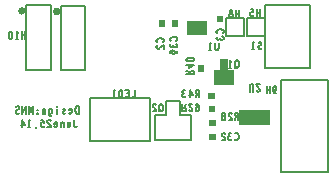
<source format=gbo>
G04 ================== begin FILE IDENTIFICATION RECORD ==================*
G04 Layout Name:  C:/USERS/MSAHADAT3/DROPBOX/GATECH/ETDS_PCB/allegro/ETDS_CHIP_AN.brd*
G04 Film Name:    SILKSCREEN_BOTTOM*
G04 File Format:  Gerber RS274X*
G04 File Origin:  Cadence Allegro 16.6-P004*
G04 Origin Date:  Thu Sep 11 12:01:08 2014*
G04 *
G04 Layer:  REF DES/SILKSCREEN_BOTTOM*
G04 Layer:  PACKAGE GEOMETRY/SILKSCREEN_BOTTOM*
G04 Layer:  BOARD GEOMETRY/SILKSCREEN_BOTTOM*
G04 *
G04 Offset:    (0.00 0.00)*
G04 Mirror:    No*
G04 Mode:      Positive*
G04 Rotation:  0*
G04 FullContactRelief:  No*
G04 UndefLineWidth:     5.00*
G04 ================== end FILE IDENTIFICATION RECORD ====================*
%FSLAX25Y25*MOIN*%
%IR0*IPPOS*OFA0.00000B0.00000*MIA0B0*SFA1.00000B1.00000*%
%ADD10C,.005*%
G75*
%LPD*%
G75*
G36*
G01X756565Y1701400D02*
G03I-1265J0D01*
G37*
G36*
G01X768165Y1701200D02*
G03I-1265J0D01*
G37*
G36*
G01X800900Y1698300D02*
X802900D01*
Y1696100D01*
X800900D01*
Y1698300D01*
G37*
G36*
G01X817600Y1667800D02*
Y1669800D01*
X819800D01*
Y1667800D01*
X817600D01*
G37*
G36*
G01X819900Y1665000D02*
Y1663000D01*
X817700D01*
Y1665000D01*
X819900D01*
G37*
G36*
G01X820000Y1660400D02*
Y1658400D01*
X817800D01*
Y1660400D01*
X820000D01*
G37*
G36*
G01X819700Y1674100D02*
Y1672100D01*
X817500D01*
Y1674100D01*
X819700D01*
G37*
G36*
G01X816200Y1681200D02*
X814200D01*
Y1683400D01*
X816200D01*
Y1681200D01*
G37*
G36*
G01X805300Y1698300D02*
X807300D01*
Y1696100D01*
X805300D01*
Y1698300D01*
G37*
G36*
G01X817200Y1698100D02*
Y1693300D01*
X810300D01*
Y1698100D01*
X817200D01*
G37*
G36*
G01X827800Y1663400D02*
Y1668400D01*
X837900D01*
Y1663400D01*
X827800D01*
G37*
G36*
G01X824100Y1681600D02*
Y1685300D01*
X821500D01*
Y1681600D01*
X819500D01*
Y1676700D01*
X826000D01*
Y1681600D01*
X824100D01*
G37*
G36*
G01X820400Y1699800D02*
X822400D01*
Y1697600D01*
X820400D01*
Y1699800D01*
G37*
G54D10*
G01X774287Y1667200D02*
Y1669700D01*
X773753D01*
X773540Y1669575D01*
X773380Y1669408D01*
X773247Y1669158D01*
X773140Y1668867D01*
X773113Y1668450D01*
X773140Y1668033D01*
X773247Y1667742D01*
X773380Y1667492D01*
X773540Y1667325D01*
X773753Y1667200D01*
X774287D01*
G01X771900Y1668325D02*
X771047D01*
X771127Y1668617D01*
X771260Y1668783D01*
X771447Y1668867D01*
X771633Y1668825D01*
X771793Y1668700D01*
X771900Y1668408D01*
X771953Y1668158D01*
Y1667908D01*
X771900Y1667658D01*
X771767Y1667408D01*
X771607Y1667242D01*
X771420Y1667200D01*
X771233Y1667283D01*
X771047Y1667533D01*
G01X769700Y1667492D02*
X769567Y1667325D01*
X769380Y1667200D01*
X769220D01*
X769060Y1667283D01*
X768953Y1667408D01*
X768900Y1667575D01*
X768927Y1667825D01*
X769033Y1667950D01*
X769513Y1668200D01*
X769620Y1668492D01*
X769567Y1668700D01*
X769460Y1668825D01*
X769300Y1668867D01*
X769140Y1668825D01*
X768980Y1668700D01*
G01X767100Y1668867D02*
Y1667200D01*
G01Y1669533D02*
X767153Y1669575D01*
Y1669658D01*
X767100Y1669700D01*
X767047Y1669658D01*
Y1669575D01*
X767100Y1669533D01*
G01X765273Y1666575D02*
X765087Y1666408D01*
X764873Y1666367D01*
X764687Y1666408D01*
X764527Y1666617D01*
X764420Y1666908D01*
Y1668867D01*
G01Y1668533D02*
X764527Y1668700D01*
X764687Y1668825D01*
X764873Y1668867D01*
X765087Y1668783D01*
X765220Y1668617D01*
X765327Y1668325D01*
X765380Y1668033D01*
X765353Y1667783D01*
X765247Y1667492D01*
X765087Y1667283D01*
X764873Y1667200D01*
X764713Y1667242D01*
X764527Y1667408D01*
X764420Y1667575D01*
G01X763153Y1667200D02*
Y1668867D01*
G01Y1668450D02*
X763047Y1668658D01*
X762887Y1668825D01*
X762673Y1668867D01*
X762487Y1668825D01*
X762327Y1668658D01*
X762247Y1668367D01*
Y1667200D01*
G01X760500Y1667117D02*
X760553Y1667158D01*
Y1667242D01*
X760500Y1667283D01*
X760447Y1667242D01*
Y1667158D01*
X760500Y1667117D01*
G01Y1668242D02*
X760553Y1668283D01*
Y1668367D01*
X760500Y1668408D01*
X760447Y1668367D01*
Y1668283D01*
X760500Y1668242D01*
G01X758993Y1667200D02*
Y1669700D01*
X758300Y1667617D01*
X757607Y1669700D01*
Y1667200D01*
G01X756713D02*
Y1669700D01*
X755487Y1667200D01*
Y1669700D01*
G01X754460Y1667533D02*
X754247Y1667325D01*
X754007Y1667200D01*
X753793D01*
X753580Y1667325D01*
X753420Y1667533D01*
X753340Y1667825D01*
X753393Y1668117D01*
X753527Y1668367D01*
X753767Y1668533D01*
X754087Y1668617D01*
X754273Y1668783D01*
X754353Y1669075D01*
X754300Y1669367D01*
X754167Y1669575D01*
X753980Y1669700D01*
X753793D01*
X753607Y1669617D01*
X753447Y1669408D01*
G01X773733Y1663200D02*
X773600Y1662950D01*
X773440Y1662783D01*
X773253Y1662700D01*
X773040Y1662783D01*
X772880Y1662950D01*
X772720Y1663200D01*
X772667Y1663533D01*
Y1665200D01*
G01X771453Y1664367D02*
Y1663200D01*
X771347Y1662908D01*
X771187Y1662742D01*
X771000Y1662700D01*
X770813Y1662742D01*
X770653Y1662908D01*
X770547Y1663200D01*
G01Y1662700D02*
Y1664367D01*
G01X769253Y1662700D02*
Y1664367D01*
G01Y1663950D02*
X769147Y1664158D01*
X768987Y1664325D01*
X768773Y1664367D01*
X768587Y1664325D01*
X768427Y1664158D01*
X768347Y1663867D01*
Y1662700D01*
G01X767000Y1663825D02*
X766147D01*
X766227Y1664117D01*
X766360Y1664283D01*
X766547Y1664367D01*
X766733Y1664325D01*
X766893Y1664200D01*
X767000Y1663908D01*
X767053Y1663658D01*
Y1663408D01*
X767000Y1663158D01*
X766867Y1662908D01*
X766707Y1662742D01*
X766520Y1662700D01*
X766333Y1662783D01*
X766147Y1663033D01*
G01X764907Y1664783D02*
X764747Y1665033D01*
X764560Y1665158D01*
X764347Y1665200D01*
X764080Y1665117D01*
X763893Y1664908D01*
X763840Y1664658D01*
X763867Y1664408D01*
X763973Y1664200D01*
X764507Y1663783D01*
X764747Y1663492D01*
X764907Y1663075D01*
X764960Y1662700D01*
X763840D01*
G01X762787Y1663075D02*
X762627Y1662867D01*
X762440Y1662742D01*
X762200Y1662700D01*
X761960Y1662783D01*
X761773Y1662950D01*
X761640Y1663242D01*
X761613Y1663575D01*
X761667Y1663908D01*
X761800Y1664117D01*
X761987Y1664283D01*
X762173Y1664325D01*
X762360Y1664283D01*
X762600Y1664117D01*
X762520Y1665200D01*
X761800D01*
G01X760053Y1662242D02*
X759947Y1662783D01*
G01X757800Y1662700D02*
Y1665200D01*
X758120Y1664700D01*
G01Y1662700D02*
X757480D01*
G01X755280D02*
Y1665200D01*
X756267Y1663408D01*
X754933D01*
G01X756510Y1692100D02*
Y1694600D01*
G01X755390D02*
Y1692100D01*
G01Y1693350D02*
X756510D01*
G01X753750Y1692100D02*
Y1694600D01*
X754070Y1694100D01*
G01Y1692100D02*
X753430D01*
G01X751550Y1694600D02*
X751763Y1694517D01*
X751923Y1694308D01*
X752030Y1694058D01*
X752110Y1693725D01*
X752137Y1693350D01*
X752110Y1692975D01*
X752030Y1692642D01*
X751923Y1692392D01*
X751763Y1692183D01*
X751550Y1692100D01*
X751337Y1692183D01*
X751177Y1692392D01*
X751070Y1692642D01*
X750990Y1692975D01*
X750963Y1693350D01*
X750990Y1693725D01*
X751070Y1694058D01*
X751177Y1694308D01*
X751337Y1694517D01*
X751550Y1694600D01*
G01X764900Y1703400D02*
Y1681800D01*
X756700D01*
Y1703400D01*
X764900D01*
G01X776500Y1703200D02*
Y1681600D01*
X768300D01*
Y1703200D01*
X776500D01*
G01X798000Y1672400D02*
Y1658200D01*
X778200D01*
Y1672400D01*
X798000D01*
G01X793133Y1675100D02*
Y1672600D01*
X792067D01*
G01X789867D02*
X790933D01*
Y1675100D01*
X789867D01*
G01X790293Y1673892D02*
X790933D01*
G01X788787Y1672600D02*
Y1675100D01*
X788253D01*
X788040Y1674975D01*
X787880Y1674808D01*
X787747Y1674558D01*
X787640Y1674267D01*
X787613Y1673850D01*
X787640Y1673433D01*
X787747Y1673142D01*
X787880Y1672892D01*
X788040Y1672725D01*
X788253Y1672600D01*
X788787D01*
G01X786000D02*
Y1675100D01*
X786320Y1674600D01*
G01Y1672600D02*
X785680D01*
G01X801700Y1667900D02*
X801913Y1667942D01*
X802100Y1668108D01*
X802260Y1668358D01*
X802367Y1668650D01*
X802420Y1668983D01*
Y1669317D01*
X802367Y1669650D01*
X802260Y1669942D01*
X802100Y1670192D01*
X801913Y1670358D01*
X801700Y1670400D01*
X801487Y1670358D01*
X801300Y1670192D01*
X801140Y1669942D01*
X801033Y1669650D01*
X800980Y1669317D01*
Y1668983D01*
X801033Y1668650D01*
X801140Y1668358D01*
X801300Y1668108D01*
X801487Y1667942D01*
X801700Y1667900D01*
G01X801487Y1668567D02*
X801167Y1667900D01*
G01X800007Y1669983D02*
X799847Y1670233D01*
X799660Y1670358D01*
X799447Y1670400D01*
X799180Y1670317D01*
X798993Y1670108D01*
X798940Y1669858D01*
X798967Y1669608D01*
X799073Y1669400D01*
X799607Y1668983D01*
X799847Y1668692D01*
X800007Y1668275D01*
X800060Y1667900D01*
X798940D01*
G01X808000Y1666700D02*
Y1671500D01*
X803300D01*
Y1666600D01*
X799700D01*
Y1658500D01*
X811700D01*
Y1666700D01*
X808000D01*
G01X800408Y1691013D02*
X800283Y1691173D01*
X800200Y1691360D01*
Y1691573D01*
X800325Y1691813D01*
X800533Y1692000D01*
X800783Y1692133D01*
X801200Y1692240D01*
X801575Y1692267D01*
X801950Y1692213D01*
X802200Y1692133D01*
X802450Y1691973D01*
X802617Y1691787D01*
X802700Y1691600D01*
Y1691413D01*
X802617Y1691227D01*
X802492Y1691067D01*
X802325Y1690933D01*
G01X800617Y1689907D02*
X800367Y1689747D01*
X800242Y1689560D01*
X800200Y1689347D01*
X800283Y1689080D01*
X800492Y1688893D01*
X800742Y1688840D01*
X800992Y1688867D01*
X801200Y1688973D01*
X801617Y1689507D01*
X801908Y1689747D01*
X802325Y1689907D01*
X802700Y1689960D01*
Y1688840D01*
G01X808867Y1670400D02*
Y1667900D01*
X809533D01*
X809747Y1668025D01*
X809880Y1668192D01*
X809933Y1668525D01*
X809880Y1668858D01*
X809720Y1669067D01*
X809533Y1669192D01*
X808867D01*
G01X809533D02*
X809933Y1670400D01*
G01X811093Y1668317D02*
X811253Y1668067D01*
X811440Y1667942D01*
X811653Y1667900D01*
X811920Y1667983D01*
X812107Y1668192D01*
X812160Y1668442D01*
X812133Y1668692D01*
X812027Y1668900D01*
X811493Y1669317D01*
X811253Y1669608D01*
X811093Y1670025D01*
X811040Y1670400D01*
X812160D01*
G01X813347Y1670108D02*
X813533Y1670317D01*
X813747Y1670400D01*
X813960Y1670317D01*
X814147Y1670067D01*
X814280Y1669692D01*
X814333Y1669317D01*
Y1668858D01*
X814280Y1668483D01*
X814147Y1668150D01*
X813987Y1667983D01*
X813800Y1667900D01*
X813587Y1667983D01*
X813427Y1668150D01*
X813320Y1668400D01*
X813267Y1668733D01*
X813320Y1669025D01*
X813453Y1669317D01*
X813613Y1669483D01*
X813800Y1669525D01*
X814013Y1669442D01*
X814173Y1669233D01*
X814333Y1668858D01*
G01Y1672600D02*
Y1675100D01*
X813667D01*
X813453Y1674975D01*
X813320Y1674808D01*
X813267Y1674475D01*
X813320Y1674142D01*
X813480Y1673933D01*
X813667Y1673808D01*
X814333D01*
G01X813667D02*
X813267Y1672600D01*
G01X811280D02*
Y1675100D01*
X812267Y1673308D01*
X810933D01*
G01X809987Y1673100D02*
X809827Y1672808D01*
X809613Y1672642D01*
X809373Y1672600D01*
X809160Y1672642D01*
X808947Y1672850D01*
X808813Y1673100D01*
X808787Y1673350D01*
X808840Y1673642D01*
X809027Y1673850D01*
X809213Y1673933D01*
X809453D01*
G01X809213D02*
X809053Y1674058D01*
X808920Y1674267D01*
X808867Y1674517D01*
X808920Y1674767D01*
X809053Y1674975D01*
X809293Y1675100D01*
X809533Y1675058D01*
X809773Y1674892D01*
G01X810200Y1680267D02*
X812700D01*
Y1680933D01*
X812575Y1681147D01*
X812408Y1681280D01*
X812075Y1681333D01*
X811742Y1681280D01*
X811533Y1681120D01*
X811408Y1680933D01*
Y1680267D01*
G01Y1680933D02*
X810200Y1681333D01*
G01Y1683320D02*
X812700D01*
X810908Y1682333D01*
Y1683667D01*
G01X812700Y1685200D02*
X812617Y1684987D01*
X812408Y1684827D01*
X812158Y1684720D01*
X811825Y1684640D01*
X811450Y1684613D01*
X811075Y1684640D01*
X810742Y1684720D01*
X810492Y1684827D01*
X810283Y1684987D01*
X810200Y1685200D01*
X810283Y1685413D01*
X810492Y1685573D01*
X810742Y1685680D01*
X811075Y1685760D01*
X811450Y1685787D01*
X811825Y1685760D01*
X812158Y1685680D01*
X812408Y1685573D01*
X812617Y1685413D01*
X812700Y1685200D01*
G01X804908Y1691513D02*
X804783Y1691673D01*
X804700Y1691860D01*
Y1692073D01*
X804825Y1692313D01*
X805033Y1692500D01*
X805283Y1692633D01*
X805700Y1692740D01*
X806075Y1692767D01*
X806450Y1692713D01*
X806700Y1692633D01*
X806950Y1692473D01*
X807117Y1692287D01*
X807200Y1692100D01*
Y1691913D01*
X807117Y1691727D01*
X806992Y1691567D01*
X806825Y1691433D01*
G01X806700Y1690487D02*
X806992Y1690327D01*
X807158Y1690113D01*
X807200Y1689873D01*
X807158Y1689660D01*
X806950Y1689447D01*
X806700Y1689313D01*
X806450Y1689287D01*
X806158Y1689340D01*
X805950Y1689527D01*
X805867Y1689713D01*
Y1689953D01*
G01Y1689713D02*
X805742Y1689553D01*
X805533Y1689420D01*
X805283Y1689367D01*
X805033Y1689420D01*
X804825Y1689553D01*
X804700Y1689793D01*
X804742Y1690033D01*
X804908Y1690273D01*
G01X806908Y1688153D02*
X807117Y1687967D01*
X807200Y1687753D01*
X807117Y1687540D01*
X806867Y1687353D01*
X806492Y1687220D01*
X806117Y1687167D01*
X805658D01*
X805283Y1687220D01*
X804950Y1687353D01*
X804783Y1687513D01*
X804700Y1687700D01*
X804783Y1687913D01*
X804950Y1688073D01*
X805200Y1688180D01*
X805533Y1688233D01*
X805825Y1688180D01*
X806117Y1688047D01*
X806283Y1687887D01*
X806325Y1687700D01*
X806242Y1687487D01*
X806033Y1687327D01*
X805658Y1687167D01*
G01X820887Y1690800D02*
Y1689008D01*
X820780Y1688633D01*
X820567Y1688383D01*
X820300Y1688300D01*
X820033Y1688383D01*
X819820Y1688633D01*
X819713Y1689008D01*
Y1690800D01*
G01X818100Y1688300D02*
Y1690800D01*
X818420Y1690300D01*
G01Y1688300D02*
X817780D01*
G01X827533Y1665000D02*
Y1667500D01*
X826867D01*
X826653Y1667375D01*
X826520Y1667208D01*
X826467Y1666875D01*
X826520Y1666542D01*
X826680Y1666333D01*
X826867Y1666208D01*
X827533D01*
G01X826867D02*
X826467Y1665000D01*
G01X825307Y1667083D02*
X825147Y1667333D01*
X824960Y1667458D01*
X824747Y1667500D01*
X824480Y1667417D01*
X824293Y1667208D01*
X824240Y1666958D01*
X824267Y1666708D01*
X824373Y1666500D01*
X824907Y1666083D01*
X825147Y1665792D01*
X825307Y1665375D01*
X825360Y1665000D01*
X824240D01*
G01X822600D02*
X822413Y1665042D01*
X822200Y1665167D01*
X822067Y1665375D01*
X822013Y1665667D01*
X822067Y1665958D01*
X822227Y1666208D01*
X822467Y1666333D01*
X822733D01*
X822893Y1666417D01*
X823027Y1666625D01*
X823080Y1666917D01*
X823000Y1667208D01*
X822813Y1667417D01*
X822600Y1667500D01*
X822387Y1667417D01*
X822200Y1667208D01*
X822120Y1666917D01*
X822173Y1666625D01*
X822307Y1666417D01*
X822467Y1666333D01*
X822733D01*
X822973Y1666208D01*
X823133Y1665958D01*
X823187Y1665667D01*
X823133Y1665375D01*
X823000Y1665167D01*
X822787Y1665042D01*
X822600Y1665000D01*
G01X826363Y1660592D02*
X826523Y1660717D01*
X826710Y1660800D01*
X826923D01*
X827163Y1660675D01*
X827350Y1660467D01*
X827483Y1660217D01*
X827590Y1659800D01*
X827617Y1659425D01*
X827563Y1659050D01*
X827483Y1658800D01*
X827323Y1658550D01*
X827137Y1658383D01*
X826950Y1658300D01*
X826763D01*
X826577Y1658383D01*
X826417Y1658508D01*
X826283Y1658675D01*
G01X825337Y1658800D02*
X825177Y1658508D01*
X824963Y1658342D01*
X824723Y1658300D01*
X824510Y1658342D01*
X824297Y1658550D01*
X824163Y1658800D01*
X824137Y1659050D01*
X824190Y1659342D01*
X824377Y1659550D01*
X824563Y1659633D01*
X824803D01*
G01X824563D02*
X824403Y1659758D01*
X824270Y1659967D01*
X824217Y1660217D01*
X824270Y1660467D01*
X824403Y1660675D01*
X824643Y1660800D01*
X824883Y1660758D01*
X825123Y1660592D01*
G01X823057Y1660383D02*
X822897Y1660633D01*
X822710Y1660758D01*
X822497Y1660800D01*
X822230Y1660717D01*
X822043Y1660508D01*
X821990Y1660258D01*
X822017Y1660008D01*
X822123Y1659800D01*
X822657Y1659383D01*
X822897Y1659092D01*
X823057Y1658675D01*
X823110Y1658300D01*
X821990D01*
G01X827000Y1682500D02*
X827213Y1682542D01*
X827400Y1682708D01*
X827560Y1682958D01*
X827667Y1683250D01*
X827720Y1683583D01*
Y1683917D01*
X827667Y1684250D01*
X827560Y1684542D01*
X827400Y1684792D01*
X827213Y1684958D01*
X827000Y1685000D01*
X826787Y1684958D01*
X826600Y1684792D01*
X826440Y1684542D01*
X826333Y1684250D01*
X826280Y1683917D01*
Y1683583D01*
X826333Y1683250D01*
X826440Y1682958D01*
X826600Y1682708D01*
X826787Y1682542D01*
X827000Y1682500D01*
G01X826787Y1683167D02*
X826467Y1682500D01*
G01X824800D02*
Y1685000D01*
X825120Y1684500D01*
G01Y1682500D02*
X824480D01*
G01X831313Y1674500D02*
Y1676292D01*
X831420Y1676667D01*
X831633Y1676917D01*
X831900Y1677000D01*
X832167Y1676917D01*
X832380Y1676667D01*
X832487Y1676292D01*
Y1674500D01*
G01X833593Y1674917D02*
X833753Y1674667D01*
X833940Y1674542D01*
X834153Y1674500D01*
X834420Y1674583D01*
X834607Y1674792D01*
X834660Y1675042D01*
X834633Y1675292D01*
X834527Y1675500D01*
X833993Y1675917D01*
X833753Y1676208D01*
X833593Y1676625D01*
X833540Y1677000D01*
X834660D01*
G01X834760Y1699550D02*
Y1702050D01*
G01X833640D02*
Y1699550D01*
G01Y1700800D02*
X834760D01*
G01X832587Y1699925D02*
X832427Y1699717D01*
X832240Y1699592D01*
X832000Y1699550D01*
X831760Y1699633D01*
X831573Y1699800D01*
X831440Y1700092D01*
X831413Y1700425D01*
X831467Y1700758D01*
X831600Y1700967D01*
X831787Y1701133D01*
X831973Y1701175D01*
X832160Y1701133D01*
X832400Y1700967D01*
X832320Y1702050D01*
X831600D01*
G01X836300Y1698950D02*
Y1693150D01*
X830500D01*
Y1698950D01*
X836300D01*
G01X827810Y1699250D02*
Y1701750D01*
G01X826690D02*
Y1699250D01*
G01Y1700500D02*
X827810D01*
G01X825050Y1699250D02*
X824863Y1699292D01*
X824650Y1699417D01*
X824517Y1699625D01*
X824463Y1699917D01*
X824517Y1700208D01*
X824677Y1700458D01*
X824917Y1700583D01*
X825183D01*
X825343Y1700667D01*
X825477Y1700875D01*
X825530Y1701167D01*
X825450Y1701458D01*
X825263Y1701667D01*
X825050Y1701750D01*
X824837Y1701667D01*
X824650Y1701458D01*
X824570Y1701167D01*
X824623Y1700875D01*
X824757Y1700667D01*
X824917Y1700583D01*
X825183D01*
X825423Y1700458D01*
X825583Y1700208D01*
X825637Y1699917D01*
X825583Y1699625D01*
X825450Y1699417D01*
X825237Y1699292D01*
X825050Y1699250D01*
G01X829250Y1698950D02*
Y1693150D01*
X823450D01*
Y1698950D01*
X829250D01*
G01X820408Y1694013D02*
X820283Y1694173D01*
X820200Y1694360D01*
Y1694573D01*
X820325Y1694813D01*
X820533Y1695000D01*
X820783Y1695133D01*
X821200Y1695240D01*
X821575Y1695267D01*
X821950Y1695213D01*
X822200Y1695133D01*
X822450Y1694973D01*
X822617Y1694787D01*
X822700Y1694600D01*
Y1694413D01*
X822617Y1694227D01*
X822492Y1694067D01*
X822325Y1693933D01*
G01X822200Y1692987D02*
X822492Y1692827D01*
X822658Y1692613D01*
X822700Y1692373D01*
X822658Y1692160D01*
X822450Y1691947D01*
X822200Y1691813D01*
X821950Y1691787D01*
X821658Y1691840D01*
X821450Y1692027D01*
X821367Y1692213D01*
Y1692453D01*
G01Y1692213D02*
X821242Y1692053D01*
X821033Y1691920D01*
X820783Y1691867D01*
X820533Y1691920D01*
X820325Y1692053D01*
X820200Y1692293D01*
X820242Y1692533D01*
X820408Y1692773D01*
G01X835260Y1688933D02*
X835047Y1688725D01*
X834807Y1688600D01*
X834593D01*
X834380Y1688725D01*
X834220Y1688933D01*
X834140Y1689225D01*
X834193Y1689517D01*
X834327Y1689767D01*
X834567Y1689933D01*
X834887Y1690017D01*
X835073Y1690183D01*
X835153Y1690475D01*
X835100Y1690767D01*
X834967Y1690975D01*
X834780Y1691100D01*
X834593D01*
X834407Y1691017D01*
X834247Y1690808D01*
G01X832500Y1688600D02*
Y1691100D01*
X832820Y1690600D01*
G01Y1688600D02*
X832180D01*
G01X841850Y1647700D02*
Y1678300D01*
X857250D01*
Y1647700D01*
X841850D01*
G01X851500Y1703500D02*
Y1682500D01*
X836400D01*
Y1703500D01*
X851500D01*
G01X836890Y1676400D02*
Y1673900D01*
G01X838010D02*
Y1676400D01*
G01Y1675150D02*
X836890D01*
G01X839143Y1675358D02*
X839330Y1675067D01*
X839490Y1674900D01*
X839703Y1674817D01*
X839890Y1674900D01*
X840023Y1675067D01*
X840130Y1675317D01*
X840157Y1675608D01*
X840130Y1675858D01*
X840023Y1676108D01*
X839863Y1676317D01*
X839677Y1676400D01*
X839463Y1676317D01*
X839277Y1676067D01*
X839170Y1675692D01*
X839143Y1675275D01*
X839197Y1674733D01*
X839277Y1674442D01*
X839410Y1674150D01*
X839597Y1673942D01*
X839783Y1673900D01*
X839970Y1673983D01*
X840103Y1674192D01*
M02*

</source>
